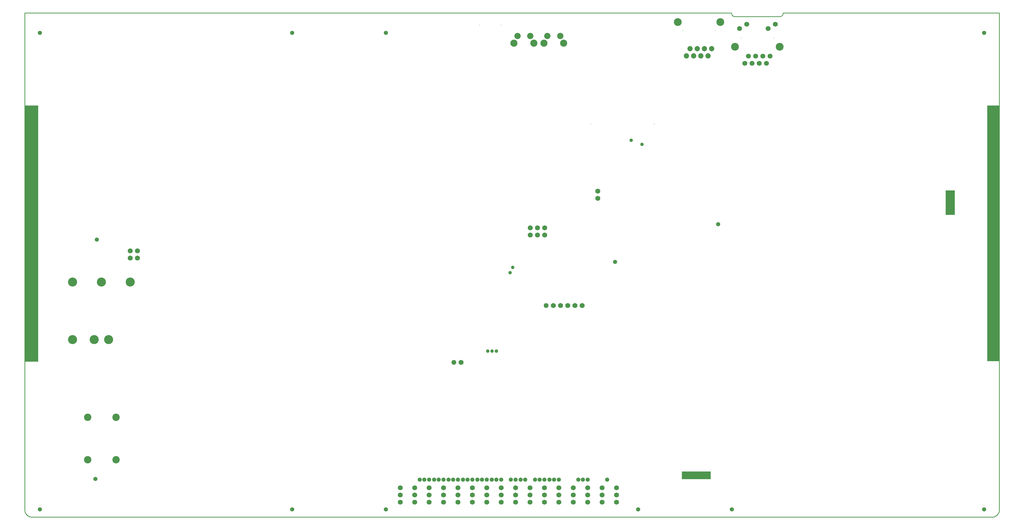
<source format=gbs>
%FSLAX24Y24*%
%MOIN*%
G70*
G01*
G75*
%ADD10C,0.0100*%
%ADD11R,0.0380X0.0380*%
%ADD12O,0.0630X0.0110*%
%ADD13R,0.0500X0.0650*%
%ADD14O,0.0189X0.0787*%
%ADD15O,0.0787X0.0189*%
%ADD16R,0.0189X0.0787*%
%ADD17R,0.0500X0.0600*%
%ADD18R,0.0600X0.0500*%
%ADD19R,0.1200X0.0900*%
%ADD20R,0.1614X0.0827*%
%ADD21R,0.0600X0.1250*%
%ADD22R,0.1250X0.0600*%
%ADD23O,0.0110X0.0669*%
%ADD24R,0.0110X0.0669*%
%ADD25O,0.0110X0.0709*%
%ADD26O,0.0157X0.0701*%
%ADD27R,0.0157X0.0701*%
%ADD28O,0.0138X0.0846*%
%ADD29R,0.0709X0.1378*%
%ADD30R,0.1378X0.0709*%
%ADD31R,0.0709X0.1575*%
%ADD32R,0.0709X0.0110*%
%ADD33O,0.0709X0.0110*%
%ADD34O,0.0709X0.0110*%
%ADD35R,0.0600X0.0600*%
%ADD36R,0.1575X0.1181*%
%ADD37R,0.0138X0.0846*%
%ADD38R,0.0551X0.0492*%
%ADD39O,0.0701X0.0157*%
%ADD40R,0.0800X0.0800*%
%ADD41R,0.0787X0.0512*%
%ADD42R,0.0945X0.0906*%
%ADD43O,0.0787X0.0177*%
%ADD44R,0.0787X0.0177*%
%ADD45O,0.0110X0.0630*%
%ADD46R,0.0110X0.0630*%
%ADD47C,0.0400*%
%ADD48R,0.0433X0.0787*%
%ADD49R,0.0787X0.0787*%
%ADD50R,0.0787X0.0394*%
%ADD51R,0.0236X0.0433*%
%ADD52R,0.0472X0.0315*%
%ADD53R,0.0492X0.0551*%
%ADD54R,0.0600X0.1000*%
%ADD55R,0.0380X0.0425*%
%ADD56R,0.0630X0.0110*%
%ADD57O,0.0630X0.0110*%
%ADD58C,0.0120*%
%ADD59C,0.0110*%
%ADD60C,0.0400*%
%ADD61C,0.0500*%
%ADD62C,0.0150*%
%ADD63C,0.0200*%
%ADD64C,0.0080*%
%ADD65C,0.0600*%
%ADD66C,0.1000*%
%ADD67C,0.0320*%
%ADD68C,0.0300*%
%ADD69C,0.0290*%
%ADD70C,0.0380*%
%ADD71C,0.0390*%
%ADD72C,0.0180*%
%ADD73C,0.0130*%
%ADD74C,0.0250*%
%ADD75C,0.0280*%
%ADD76C,0.0170*%
%ADD77C,0.0140*%
%ADD78C,0.0220*%
%ADD79C,0.0090*%
%ADD80C,0.0157*%
%ADD81C,0.0310*%
%ADD82C,0.0270*%
%ADD83C,0.0350*%
%ADD84R,0.5050X0.4500*%
%ADD85R,0.5050X0.9550*%
%ADD86R,0.1350X0.1400*%
%ADD87R,0.0300X0.1229*%
%ADD88R,0.0670X0.0700*%
%ADD89C,0.0620*%
%ADD90P,0.0620X8X0*%
%ADD91C,0.0787*%
%ADD92C,0.0906*%
%ADD93C,0.1000*%
%ADD94C,0.0650*%
%ADD95C,0.0600*%
%ADD96C,0.0500*%
%ADD97C,0.0945*%
%ADD98C,0.1181*%
%ADD99C,0.0118*%
%ADD100C,0.0060*%
%ADD101C,0.0098*%
%ADD102C,0.0079*%
%ADD103C,0.0070*%
%ADD104C,0.0160*%
%ADD105R,0.0130X0.0360*%
%ADD106R,0.0430X0.3100*%
%ADD107R,0.1500X0.0500*%
%ADD108R,0.0300X0.0500*%
%ADD109R,0.1850X3.5600*%
%ADD110R,0.1300X0.1300*%
%ADD111R,0.4580X0.0560*%
%ADD112R,0.4570X0.0560*%
%ADD113R,0.0610X1.0100*%
%ADD114R,1.0110X0.0610*%
%ADD115R,0.0600X1.0150*%
%ADD116R,0.4016X0.1063*%
%ADD117R,0.1250X0.3400*%
%ADD118R,0.0520X0.2190*%
%ADD119R,0.0530X0.2180*%
%ADD120R,0.2230X0.0510*%
%ADD121R,0.2180X0.0540*%
%ADD122R,0.6930X0.0530*%
%ADD123R,0.0520X0.6930*%
%ADD124R,0.0520X0.6940*%
%ADD125R,0.1675X3.5550*%
%ADD126R,0.0460X0.0460*%
%ADD127O,0.0710X0.0190*%
%ADD128R,0.0580X0.0730*%
%ADD129O,0.0269X0.0867*%
%ADD130O,0.0867X0.0269*%
%ADD131R,0.0269X0.0867*%
%ADD132R,0.0580X0.0680*%
%ADD133R,0.0680X0.0580*%
%ADD134R,0.1280X0.0980*%
%ADD135R,0.1694X0.0907*%
%ADD136R,0.0680X0.1330*%
%ADD137R,0.1330X0.0680*%
%ADD138O,0.0190X0.0749*%
%ADD139R,0.0190X0.0749*%
%ADD140O,0.0190X0.0789*%
%ADD141O,0.0237X0.0781*%
%ADD142R,0.0237X0.0781*%
%ADD143O,0.0218X0.0926*%
%ADD144R,0.0789X0.1458*%
%ADD145R,0.1458X0.0789*%
%ADD146R,0.0789X0.1655*%
%ADD147R,0.0789X0.0190*%
%ADD148O,0.0789X0.0190*%
%ADD149O,0.0789X0.0190*%
%ADD150R,0.0680X0.0680*%
%ADD151R,0.1655X0.1261*%
%ADD152R,0.0218X0.0926*%
%ADD153R,0.0631X0.0572*%
%ADD154O,0.0781X0.0237*%
%ADD155R,0.0880X0.0880*%
%ADD156R,0.0867X0.0592*%
%ADD157R,0.1025X0.0986*%
%ADD158O,0.0867X0.0257*%
%ADD159R,0.0867X0.0257*%
%ADD160O,0.0190X0.0710*%
%ADD161R,0.0190X0.0710*%
%ADD162C,0.0800*%
%ADD163R,0.0513X0.0867*%
%ADD164R,0.0867X0.0867*%
%ADD165R,0.0867X0.0474*%
%ADD166R,0.0316X0.0513*%
%ADD167R,0.0552X0.0395*%
%ADD168R,0.0572X0.0631*%
%ADD169R,0.0680X0.1080*%
%ADD170R,0.0460X0.0505*%
%ADD171R,0.0710X0.0190*%
%ADD172O,0.0710X0.0190*%
%ADD173C,0.0700*%
%ADD174P,0.0700X8X0*%
%ADD175C,0.0867*%
%ADD176C,0.0986*%
%ADD177C,0.1080*%
%ADD178C,0.0080*%
%ADD179C,0.0730*%
%ADD180C,0.0680*%
%ADD181C,0.0580*%
%ADD182C,0.1025*%
%ADD183C,0.1261*%
%ADD184C,0.0480*%
D10*
X31275Y44075D02*
X31280Y43977D01*
X31294Y43880D01*
X31318Y43785D01*
X31351Y43692D01*
X31393Y43604D01*
X31444Y43519D01*
X31502Y43441D01*
X31568Y43368D01*
X31641Y43302D01*
X31719Y43244D01*
X31804Y43193D01*
X31892Y43151D01*
X31985Y43118D01*
X32080Y43094D01*
X32177Y43080D01*
X32275Y43075D01*
X165475D02*
X165573Y43080D01*
X165670Y43094D01*
X165765Y43118D01*
X165858Y43151D01*
X165946Y43193D01*
X166031Y43244D01*
X166109Y43302D01*
X166182Y43368D01*
X166248Y43441D01*
X166306Y43519D01*
X166357Y43604D01*
X166399Y43692D01*
X166432Y43785D01*
X166456Y43880D01*
X166470Y43977D01*
X166475Y44075D01*
X129325Y113125D02*
X129335Y113027D01*
X129363Y112934D01*
X129409Y112847D01*
X129471Y112771D01*
X129547Y112709D01*
X129634Y112663D01*
X129727Y112635D01*
X129825Y112625D01*
X135975D02*
X136073Y112635D01*
X136166Y112663D01*
X136253Y112709D01*
X136329Y112771D01*
X136391Y112847D01*
X136437Y112934D01*
X136465Y113027D01*
X136475Y113125D01*
X166475D01*
X129825Y112625D02*
X135975D01*
X166475Y44075D02*
Y113125D01*
X31275Y44075D02*
Y113125D01*
X129325D01*
X32275Y43075D02*
X165475D01*
D109*
X32200Y82475D02*
D03*
D116*
X124437Y48861D02*
D03*
D117*
X159670Y86755D02*
D03*
D125*
X165637Y82500D02*
D03*
D173*
X104625Y72475D02*
D03*
X105625D02*
D03*
X106625D02*
D03*
X107625D02*
D03*
X108625D02*
D03*
X101425Y83275D02*
D03*
X102425D02*
D03*
X103425D02*
D03*
X102425Y82275D02*
D03*
X103425D02*
D03*
X101425D02*
D03*
X110775Y88375D02*
D03*
X91825Y64575D02*
D03*
X110775Y87375D02*
D03*
X45925Y79075D02*
D03*
Y80075D02*
D03*
X46925Y79075D02*
D03*
Y80075D02*
D03*
D174*
X103625Y72475D02*
D03*
X90825Y64575D02*
D03*
D175*
X101411Y109926D02*
D03*
X99639D02*
D03*
X105561D02*
D03*
X103789D02*
D03*
D176*
X99147Y108942D02*
D03*
X101903D02*
D03*
X106053D02*
D03*
X103297D02*
D03*
D177*
X121875Y111875D02*
D03*
X127775D02*
D03*
X136025Y108425D02*
D03*
X129825D02*
D03*
D178*
X122575Y110675D02*
D03*
X127075D02*
D03*
X130675Y109625D02*
D03*
X135175D02*
D03*
X109806Y97675D02*
D03*
X118625D02*
D03*
X97375Y111425D02*
D03*
X94375D02*
D03*
D179*
X126575Y108175D02*
D03*
X125575D02*
D03*
X124575D02*
D03*
X123575D02*
D03*
X126075Y107175D02*
D03*
X125075D02*
D03*
X124075D02*
D03*
X123075D02*
D03*
D180*
X134675Y107125D02*
D03*
X134175Y106125D02*
D03*
X133675Y107125D02*
D03*
X133175Y106125D02*
D03*
X132675Y107125D02*
D03*
X132175Y106125D02*
D03*
X131675Y107125D02*
D03*
X131175Y106125D02*
D03*
X130435Y110955D02*
D03*
X131435Y111555D02*
D03*
X134415Y110955D02*
D03*
X135415Y111555D02*
D03*
X91375Y46125D02*
D03*
X93375D02*
D03*
X91375Y47125D02*
D03*
X93375D02*
D03*
X95375Y46125D02*
D03*
X97375D02*
D03*
X95375Y47125D02*
D03*
X97375D02*
D03*
X99375D02*
D03*
X101375D02*
D03*
X103375D02*
D03*
X99375Y46125D02*
D03*
X101375D02*
D03*
X103375D02*
D03*
X105375D02*
D03*
X107375D02*
D03*
X105375Y47125D02*
D03*
X107375D02*
D03*
X109375D02*
D03*
X111375D02*
D03*
X109375Y46125D02*
D03*
X111375D02*
D03*
X113375Y47125D02*
D03*
Y46125D02*
D03*
X87375Y47125D02*
D03*
X89375D02*
D03*
Y46125D02*
D03*
X87375D02*
D03*
X85375Y47125D02*
D03*
Y46125D02*
D03*
X83375Y47125D02*
D03*
Y46125D02*
D03*
Y45125D02*
D03*
X85375D02*
D03*
X87375D02*
D03*
X89375D02*
D03*
X91375D02*
D03*
X93375D02*
D03*
X95375D02*
D03*
X97375D02*
D03*
X99375D02*
D03*
X101375D02*
D03*
X103375D02*
D03*
X105375D02*
D03*
X107375D02*
D03*
X109375D02*
D03*
X111375D02*
D03*
X113375D02*
D03*
D181*
X33375Y44125D02*
D03*
X68375D02*
D03*
X164375D02*
D03*
X129375D02*
D03*
X81375D02*
D03*
X116375D02*
D03*
X33375Y110375D02*
D03*
X68375D02*
D03*
X164375D02*
D03*
X81375D02*
D03*
X87375Y48275D02*
D03*
X86725D02*
D03*
X108075D02*
D03*
X108725D02*
D03*
X109375D02*
D03*
X112075D02*
D03*
X105375D02*
D03*
X104725D02*
D03*
X104075D02*
D03*
X103375D02*
D03*
X102725D02*
D03*
X102075D02*
D03*
X100725D02*
D03*
X100075D02*
D03*
X99375D02*
D03*
X98725D02*
D03*
X97375D02*
D03*
X96725D02*
D03*
X96075D02*
D03*
X92075D02*
D03*
X92725D02*
D03*
X93375D02*
D03*
X94075D02*
D03*
X94725D02*
D03*
X95375D02*
D03*
X91375D02*
D03*
X90725D02*
D03*
X90075D02*
D03*
X86075D02*
D03*
X88075D02*
D03*
X88725D02*
D03*
X89375D02*
D03*
X41275Y81625D02*
D03*
X41075Y48375D02*
D03*
X127475Y83775D02*
D03*
X113175Y78525D02*
D03*
X165125Y65875D02*
D03*
Y67375D02*
D03*
Y68875D02*
D03*
Y70375D02*
D03*
Y71875D02*
D03*
Y73375D02*
D03*
Y74875D02*
D03*
Y76375D02*
D03*
Y77875D02*
D03*
Y79375D02*
D03*
Y80875D02*
D03*
Y82375D02*
D03*
Y83875D02*
D03*
Y85375D02*
D03*
Y86875D02*
D03*
Y88375D02*
D03*
Y89875D02*
D03*
Y91375D02*
D03*
Y92875D02*
D03*
Y94375D02*
D03*
Y95875D02*
D03*
Y97375D02*
D03*
Y98875D02*
D03*
X32625Y65875D02*
D03*
Y67375D02*
D03*
Y68875D02*
D03*
Y70375D02*
D03*
Y71875D02*
D03*
Y73375D02*
D03*
Y74875D02*
D03*
Y76375D02*
D03*
Y77875D02*
D03*
Y79375D02*
D03*
Y80875D02*
D03*
Y82375D02*
D03*
Y83875D02*
D03*
Y85375D02*
D03*
Y86875D02*
D03*
Y88375D02*
D03*
Y89875D02*
D03*
Y91375D02*
D03*
Y92875D02*
D03*
Y94375D02*
D03*
Y95875D02*
D03*
Y97375D02*
D03*
Y98875D02*
D03*
D182*
X43944Y56928D02*
D03*
X40006D02*
D03*
X43944Y51022D02*
D03*
X40006D02*
D03*
D183*
X41925Y75725D02*
D03*
X37925D02*
D03*
X45925D02*
D03*
X42925Y67725D02*
D03*
X40925D02*
D03*
X37925D02*
D03*
D184*
X96725Y66125D02*
D03*
X96125D02*
D03*
X95525D02*
D03*
X98625Y77025D02*
D03*
X98975Y77775D02*
D03*
X116925Y94875D02*
D03*
X115425Y95425D02*
D03*
M02*

</source>
